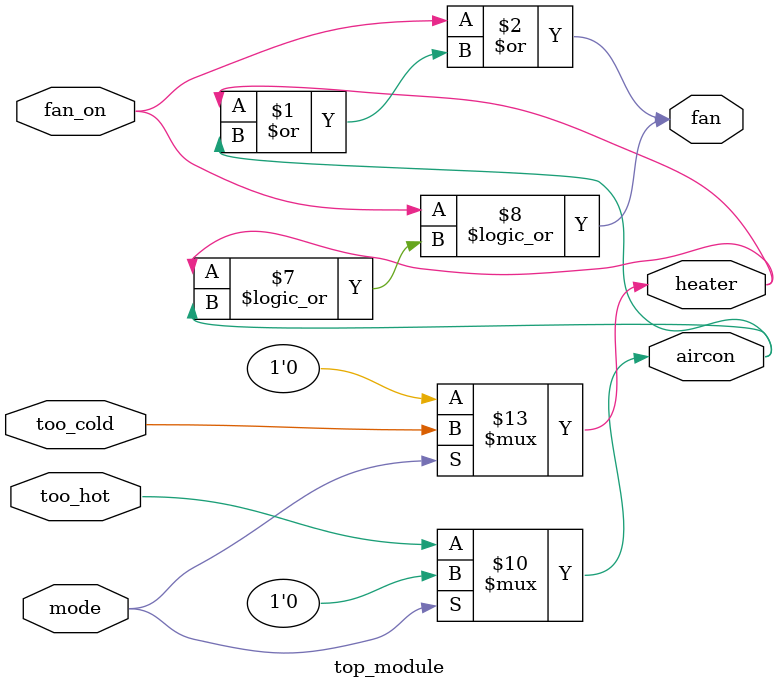
<source format=sv>
module top_module(
    input mode,
    input too_cold,
    input too_hot,
    input fan_on,
    output heater,
    output aircon,
    output fan
);

reg heater;
reg aircon;
wire fan;

assign fan = fan_on | (heater | aircon);

always @(mode, too_cold, too_hot, fan_on)
begin
    if (mode == 1) // Heating mode
    begin
        heater = (too_cold == 1);
        aircon = 0;
    end
    else // Cooling mode
    begin
        heater = 0;
        aircon = (too_hot == 1);
    end
end

assign fan = fan_on || (heater || aircon);

endmodule

</source>
